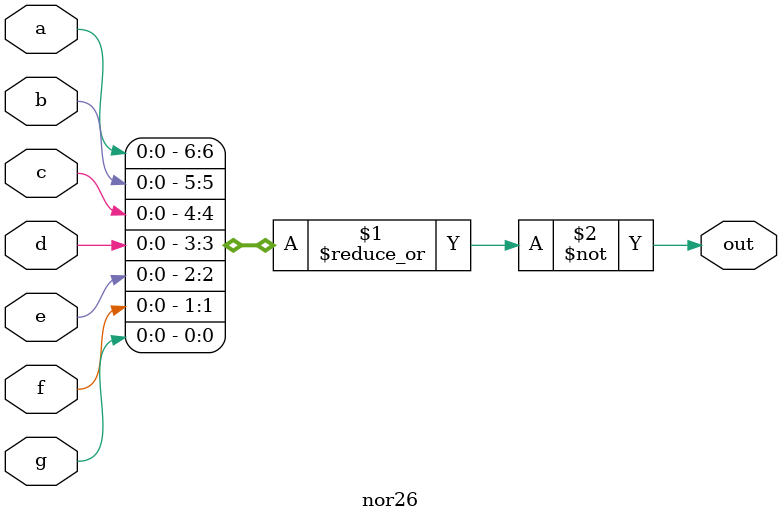
<source format=v>
module nor26 (
  input a,
  input b,
  input c,
  input d,
  input e,
  input f,
  input g,
  output out
);

  assign out = ~(|{a,b,c,d,e,f,g});

endmodule

</source>
